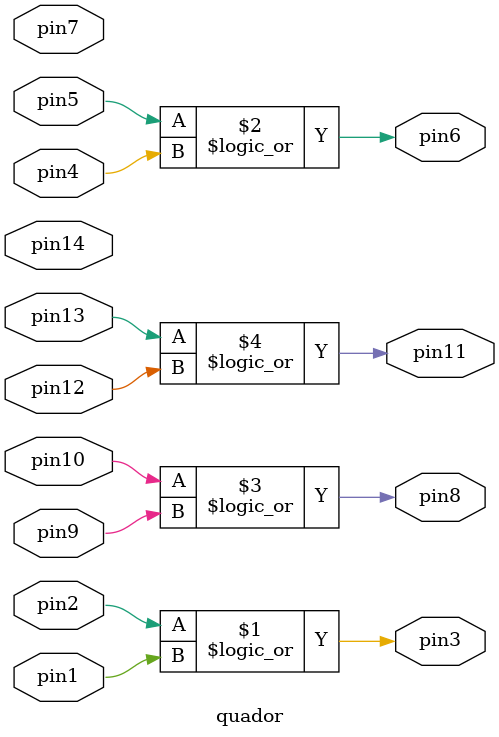
<source format=v>

module quador (
               pin1,
               pin2,
               pin3,
               pin4,
               pin5,
               pin6,
               pin7,
               pin8,
               pin9,
               pin10,
               pin11,
               pin12,
               pin13,
               pin14
               );
   
   input wire  pin1;
   input wire  pin2;
   input wire  pin4;
   input wire  pin5;
   input wire  pin7;
   input wire  pin9;
   input wire  pin10;
   input wire  pin12;
   input wire  pin13;
   input wire  pin14;
   
   output wire pin3;
   output wire pin6;
   output wire pin8;
   output wire pin11;
   
   assign pin3 = pin2 || pin1;     // 3 = 2 || 1
   assign pin6 = pin5 || pin4;     // 6 = 5 || 4
   assign pin8 = pin10 || pin9;    // 8 = 10 || 9
   assign pin11 = pin13 || pin12;  // 11 = 13 || 12
   
endmodule

</source>
